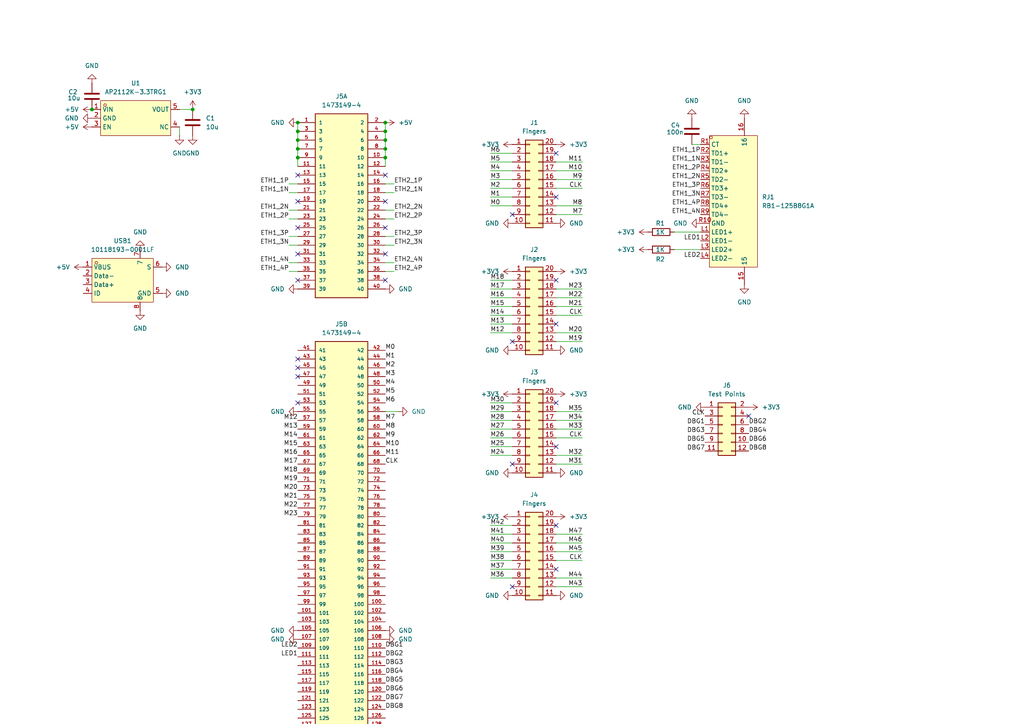
<source format=kicad_sch>
(kicad_sch (version 20250114) (generator "eeschema") (generator_version "9.0")
  (paper "A4")
  (lib_symbols
    (symbol "Connector_Generic:Conn_02x06_Odd_Even" (pin_names (offset 1.016) (hide yes))
      (property "Reference" "J" (at 1.27 7.62 0))
      (property "Value" "Conn_02x06_Odd_Even" (at 1.27 -10.16 0))
      (symbol "Conn_02x06_Odd_Even_1_1"
        (pin passive line (at -5.08 5.08 0) (length 3.81) (name "Pin_1") (number "1"))
        (pin passive line (at -5.08 2.54 0) (length 3.81) (name "Pin_3") (number "3"))
        (pin passive line (at -5.08 0 0) (length 3.81) (name "Pin_5") (number "5"))
        (pin passive line (at -5.08 -2.54 0) (length 3.81) (name "Pin_7") (number "7"))
        (pin passive line (at -5.08 -5.08 0) (length 3.81) (name "Pin_9") (number "9"))
        (pin passive line (at -5.08 -7.62 0) (length 3.81) (name "Pin_11") (number "11"))
        (pin passive line (at 7.62 5.08 180) (length 3.81) (name "Pin_2") (number "2"))
        (pin passive line (at 7.62 2.54 180) (length 3.81) (name "Pin_4") (number "4"))
        (pin passive line (at 7.62 0 180) (length 3.81) (name "Pin_6") (number "6"))
        (pin passive line (at 7.62 -2.54 180) (length 3.81) (name "Pin_8") (number "8"))
        (pin passive line (at 7.62 -5.08 180) (length 3.81) (name "Pin_10") (number "10"))
        (pin passive line (at 7.62 -7.62 180) (length 3.81) (name "Pin_12") (number "12"))
      )
    )
    (symbol "Connector_Generic:Conn_02x10_Counter_Clockwise" (pin_names (offset 1.016) (hide yes))
      (property "Reference" "J" (at 1.27 12.7 0))
      (property "Value" "Conn_02x10_Counter_Clockwise" (at 1.27 -15.24 0))
      (symbol "Conn_02x10_Counter_Clockwise_1_1"
        (pin passive line (at -5.08 10.16 0) (length 3.81) (name "Pin_1") (number "1"))
        (pin passive line (at -5.08 7.62 0) (length 3.81) (name "Pin_2") (number "2"))
        (pin passive line (at -5.08 5.08 0) (length 3.81) (name "Pin_3") (number "3"))
        (pin passive line (at -5.08 2.54 0) (length 3.81) (name "Pin_4") (number "4"))
        (pin passive line (at -5.08 0 0) (length 3.81) (name "Pin_5") (number "5"))
        (pin passive line (at -5.08 -2.54 0) (length 3.81) (name "Pin_6") (number "6"))
        (pin passive line (at -5.08 -5.08 0) (length 3.81) (name "Pin_7") (number "7"))
        (pin passive line (at -5.08 -7.62 0) (length 3.81) (name "Pin_8") (number "8"))
        (pin passive line (at -5.08 -10.16 0) (length 3.81) (name "Pin_9") (number "9"))
        (pin passive line (at -5.08 -12.7 0) (length 3.81) (name "Pin_10") (number "10"))
        (pin passive line (at 7.62 10.16 180) (length 3.81) (name "Pin_20") (number "20"))
        (pin passive line (at 7.62 7.62 180) (length 3.81) (name "Pin_19") (number "19"))
        (pin passive line (at 7.62 5.08 180) (length 3.81) (name "Pin_18") (number "18"))
        (pin passive line (at 7.62 2.54 180) (length 3.81) (name "Pin_17") (number "17"))
        (pin passive line (at 7.62 0 180) (length 3.81) (name "Pin_16") (number "16"))
        (pin passive line (at 7.62 -2.54 180) (length 3.81) (name "Pin_15") (number "15"))
        (pin passive line (at 7.62 -5.08 180) (length 3.81) (name "Pin_14") (number "14"))
        (pin passive line (at 7.62 -7.62 180) (length 3.81) (name "Pin_13") (number "13"))
        (pin passive line (at 7.62 -10.16 180) (length 3.81) (name "Pin_12") (number "12"))
        (pin passive line (at 7.62 -12.7 180) (length 3.81) (name "Pin_11") (number "11"))
      )
    )
    (symbol "Device:C" (pin_numbers (hide yes)) (pin_names (offset 0.254))
      (property "Reference" "C" (at 0.635 2.54 0))
      (property "Value" "C" (at 0.635 -2.54 0))
      (symbol "C_1_1"
        (pin passive line (at 0 3.81 270) (length 2.794) (name "~") (number "1"))
        (pin passive line (at 0 -3.81 90) (length 2.794) (name "~") (number "2"))
      )
    )
    (symbol "Device:R" (pin_numbers (hide yes)) (pin_names (offset 0))
      (property "Reference" "R" (at 2.032 0 90))
      (property "Value" "R" (at 0 0 90))
      (symbol "R_1_1"
        (pin passive line (at 0 3.81 270) (length 1.27) (name "~") (number "1"))
        (pin passive line (at 0 -3.81 90) (length 1.27) (name "~") (number "2"))
      )
    )
    (symbol "Hub:10118193-0001LF"
      (property "Reference" "USB" (at 0 7.62 0))
      (property "Value" "10118193-0001LF" (at 0 -10.16 0))
      (symbol "10118193-0001LF_0_1"
        (pin unspecified line (at -11.43 2.54 0) (length 2.54) (name "VBUS") (number "1"))
        (pin unspecified line (at -11.43 0 0) (length 2.54) (name "Data-") (number "2"))
        (pin unspecified line (at -11.43 -2.54 0) (length 2.54) (name "Data+") (number "3"))
        (pin unspecified line (at -11.43 -5.08 0) (length 2.54) (name "ID") (number "4"))
        (pin unspecified line (at 11.43 2.54 180) (length 2.54) (name "S") (number "6"))
        (pin unspecified line (at 11.43 -5.08 180) (length 2.54) (name "GND") (number "5"))
      )
      (symbol "10118193-0001LF_1_1"
        (pin unspecified line (at 5.08 7.62 270) (length 2.54) (name "7") (number "7"))
        (pin unspecified line (at 5.08 -10.16 90) (length 2.54) (name "8") (number "8"))
      )
    )
    (symbol "Hub:1473149-4" (pin_names (offset 1.016))
      (property "Reference" "J" (at -7.655 28.8339 0))
      (property "Value" "1473149-4" (at -7.6467 -28.0378 0))
      (symbol "1473149-4_1_0"
        (pin passive line (at -12.7 25.4 0) (length 5.08) (name "1") (number "1"))
        (pin passive line (at -12.7 22.86 0) (length 5.08) (name "3") (number "3"))
        (pin passive line (at -12.7 20.32 0) (length 5.08) (name "5") (number "5"))
        (pin passive line (at -12.7 17.78 0) (length 5.08) (name "7") (number "7"))
        (pin passive line (at -12.7 15.24 0) (length 5.08) (name "9") (number "9"))
        (pin passive line (at -12.7 12.7 0) (length 5.08) (name "11") (number "11"))
        (pin passive line (at -12.7 10.16 0) (length 5.08) (name "13") (number "13"))
        (pin passive line (at -12.7 7.62 0) (length 5.08) (name "15") (number "15"))
        (pin passive line (at -12.7 5.08 0) (length 5.08) (name "17") (number "17"))
        (pin passive line (at -12.7 2.54 0) (length 5.08) (name "19") (number "19"))
        (pin passive line (at -12.7 0 0) (length 5.08) (name "21") (number "21"))
        (pin passive line (at -12.7 -2.54 0) (length 5.08) (name "23") (number "23"))
        (pin passive line (at -12.7 -5.08 0) (length 5.08) (name "25") (number "25"))
        (pin passive line (at -12.7 -7.62 0) (length 5.08) (name "27") (number "27"))
        (pin passive line (at -12.7 -10.16 0) (length 5.08) (name "29") (number "29"))
        (pin passive line (at -12.7 -12.7 0) (length 5.08) (name "31") (number "31"))
        (pin passive line (at -12.7 -15.24 0) (length 5.08) (name "33") (number "33"))
        (pin passive line (at -12.7 -17.78 0) (length 5.08) (name "35") (number "35"))
        (pin passive line (at -12.7 -20.32 0) (length 5.08) (name "37") (number "37"))
        (pin passive line (at -12.7 -22.86 0) (length 5.08) (name "39") (number "39"))
        (pin passive line (at 12.7 25.4 180) (length 5.08) (name "2") (number "2"))
        (pin passive line (at 12.7 22.86 180) (length 5.08) (name "4") (number "4"))
        (pin passive line (at 12.7 20.32 180) (length 5.08) (name "6") (number "6"))
        (pin passive line (at 12.7 17.78 180) (length 5.08) (name "8") (number "8"))
        (pin passive line (at 12.7 15.24 180) (length 5.08) (name "10") (number "10"))
        (pin passive line (at 12.7 12.7 180) (length 5.08) (name "12") (number "12"))
        (pin passive line (at 12.7 10.16 180) (length 5.08) (name "14") (number "14"))
        (pin passive line (at 12.7 7.62 180) (length 5.08) (name "16") (number "16"))
        (pin passive line (at 12.7 5.08 180) (length 5.08) (name "18") (number "18"))
        (pin passive line (at 12.7 2.54 180) (length 5.08) (name "20") (number "20"))
        (pin passive line (at 12.7 0 180) (length 5.08) (name "22") (number "22"))
        (pin passive line (at 12.7 -2.54 180) (length 5.08) (name "24") (number "24"))
        (pin passive line (at 12.7 -5.08 180) (length 5.08) (name "26") (number "26"))
        (pin passive line (at 12.7 -7.62 180) (length 5.08) (name "28") (number "28"))
        (pin passive line (at 12.7 -10.16 180) (length 5.08) (name "30") (number "30"))
        (pin passive line (at 12.7 -12.7 180) (length 5.08) (name "32") (number "32"))
        (pin passive line (at 12.7 -15.24 180) (length 5.08) (name "34") (number "34"))
        (pin passive line (at 12.7 -17.78 180) (length 5.08) (name "36") (number "36"))
        (pin passive line (at 12.7 -20.32 180) (length 5.08) (name "38") (number "38"))
        (pin passive line (at 12.7 -22.86 180) (length 5.08) (name "40") (number "40"))
      )
      (symbol "1473149-4_2_0"
        (pin passive line (at -12.7 99.06 0) (length 5.08) (name "41") (number "41"))
        (pin passive line (at -12.7 96.52 0) (length 5.08) (name "43") (number "43"))
        (pin passive line (at -12.7 93.98 0) (length 5.08) (name "45") (number "45"))
        (pin passive line (at -12.7 91.44 0) (length 5.08) (name "47") (number "47"))
        (pin passive line (at -12.7 88.9 0) (length 5.08) (name "49") (number "49"))
        (pin passive line (at -12.7 86.36 0) (length 5.08) (name "51") (number "51"))
        (pin passive line (at -12.7 83.82 0) (length 5.08) (name "53") (number "53"))
        (pin passive line (at -12.7 81.28 0) (length 5.08) (name "55") (number "55"))
        (pin passive line (at -12.7 78.74 0) (length 5.08) (name "57") (number "57"))
        (pin passive line (at -12.7 76.2 0) (length 5.08) (name "59") (number "59"))
        (pin passive line (at -12.7 73.66 0) (length 5.08) (name "61") (number "61"))
        (pin passive line (at -12.7 71.12 0) (length 5.08) (name "63") (number "63"))
        (pin passive line (at -12.7 68.58 0) (length 5.08) (name "65") (number "65"))
        (pin passive line (at -12.7 66.04 0) (length 5.08) (name "67") (number "67"))
        (pin passive line (at -12.7 63.5 0) (length 5.08) (name "69") (number "69"))
        (pin passive line (at -12.7 60.96 0) (length 5.08) (name "71") (number "71"))
        (pin passive line (at -12.7 58.42 0) (length 5.08) (name "73") (number "73"))
        (pin passive line (at -12.7 55.88 0) (length 5.08) (name "75") (number "75"))
        (pin passive line (at -12.7 53.34 0) (length 5.08) (name "77") (number "77"))
        (pin passive line (at -12.7 50.8 0) (length 5.08) (name "79") (number "79"))
        (pin passive line (at -12.7 48.26 0) (length 5.08) (name "81") (number "81"))
        (pin passive line (at -12.7 45.72 0) (length 5.08) (name "83") (number "83"))
        (pin passive line (at -12.7 43.18 0) (length 5.08) (name "85") (number "85"))
        (pin passive line (at -12.7 40.64 0) (length 5.08) (name "87") (number "87"))
        (pin passive line (at -12.7 38.1 0) (length 5.08) (name "89") (number "89"))
        (pin passive line (at -12.7 35.56 0) (length 5.08) (name "91") (number "91"))
        (pin passive line (at -12.7 33.02 0) (length 5.08) (name "93") (number "93"))
        (pin passive line (at -12.7 30.48 0) (length 5.08) (name "95") (number "95"))
        (pin passive line (at -12.7 27.94 0) (length 5.08) (name "97") (number "97"))
        (pin passive line (at -12.7 25.4 0) (length 5.08) (name "99") (number "99"))
        (pin passive line (at -12.7 22.86 0) (length 5.08) (name "101") (number "101"))
        (pin passive line (at -12.7 20.32 0) (length 5.08) (name "103") (number "103"))
        (pin passive line (at -12.7 17.78 0) (length 5.08) (name "105") (number "105"))
        (pin passive line (at -12.7 15.24 0) (length 5.08) (name "107") (number "107"))
        (pin passive line (at -12.7 12.7 0) (length 5.08) (name "109") (number "109"))
        (pin passive line (at -12.7 10.16 0) (length 5.08) (name "111") (number "111"))
        (pin passive line (at -12.7 7.62 0) (length 5.08) (name "113") (number "113"))
        (pin passive line (at -12.7 5.08 0) (length 5.08) (name "115") (number "115"))
        (pin passive line (at -12.7 2.54 0) (length 5.08) (name "117") (number "117"))
        (pin passive line (at -12.7 0 0) (length 5.08) (name "119") (number "119"))
        (pin passive line (at -12.7 -2.54 0) (length 5.08) (name "121") (number "121"))
        (pin passive line (at -12.7 -5.08 0) (length 5.08) (name "123") (number "123"))
        (pin passive line (at -12.7 -7.62 0) (length 5.08) (name "125") (number "125"))
        (pin passive line (at -12.7 -10.16 0) (length 5.08) (name "127") (number "127"))
        (pin passive line (at -12.7 -12.7 0) (length 5.08) (name "129") (number "129"))
        (pin passive line (at -12.7 -15.24 0) (length 5.08) (name "131") (number "131"))
        (pin passive line (at -12.7 -17.78 0) (length 5.08) (name "133") (number "133"))
        (pin passive line (at -12.7 -20.32 0) (length 5.08) (name "135") (number "135"))
        (pin passive line (at -12.7 -22.86 0) (length 5.08) (name "137") (number "137"))
        (pin passive line (at -12.7 -25.4 0) (length 5.08) (name "139") (number "139"))
        (pin passive line (at -12.7 -27.94 0) (length 5.08) (name "141") (number "141"))
        (pin passive line (at -12.7 -30.48 0) (length 5.08) (name "143") (number "143"))
        (pin passive line (at -12.7 -33.02 0) (length 5.08) (name "145") (number "145"))
        (pin passive line (at -12.7 -35.56 0) (length 5.08) (name "147") (number "147"))
        (pin passive line (at -12.7 -38.1 0) (length 5.08) (name "149") (number "149"))
        (pin passive line (at -12.7 -40.64 0) (length 5.08) (name "151") (number "151"))
        (pin passive line (at -12.7 -43.18 0) (length 5.08) (name "153") (number "153"))
        (pin passive line (at -12.7 -45.72 0) (length 5.08) (name "155") (number "155"))
        (pin passive line (at -12.7 -48.26 0) (length 5.08) (name "157") (number "157"))
        (pin passive line (at -12.7 -50.8 0) (length 5.08) (name "159") (number "159"))
        (pin passive line (at -12.7 -53.34 0) (length 5.08) (name "161") (number "161"))
        (pin passive line (at -12.7 -55.88 0) (length 5.08) (name "163") (number "163"))
        (pin passive line (at -12.7 -58.42 0) (length 5.08) (name "165") (number "165"))
        (pin passive line (at -12.7 -60.96 0) (length 5.08) (name "167") (number "167"))
        (pin passive line (at -12.7 -63.5 0) (length 5.08) (name "169") (number "169"))
        (pin passive line (at -12.7 -66.04 0) (length 5.08) (name "171") (number "171"))
        (pin passive line (at -12.7 -68.58 0) (length 5.08) (name "173") (number "173"))
        (pin passive line (at -12.7 -71.12 0) (length 5.08) (name "175") (number "175"))
        (pin passive line (at -12.7 -73.66 0) (length 5.08) (name "177") (number "177"))
        (pin passive line (at -12.7 -76.2 0) (length 5.08) (name "179") (number "179"))
        (pin passive line (at -12.7 -78.74 0) (length 5.08) (name "181") (number "181"))
        (pin passive line (at -12.7 -81.28 0) (length 5.08) (name "183") (number "183"))
        (pin passive line (at -12.7 -83.82 0) (length 5.08) (name "185") (number "185"))
        (pin passive line (at -12.7 -86.36 0) (length 5.08) (name "187") (number "187"))
        (pin passive line (at -12.7 -88.9 0) (length 5.08) (name "189") (number "189"))
        (pin passive line (at -12.7 -91.44 0) (length 5.08) (name "191") (number "191"))
        (pin passive line (at -12.7 -93.98 0) (length 5.08) (name "193") (number "193"))
        (pin passive line (at -12.7 -96.52 0) (length 5.08) (name "195") (number "195"))
        (pin passive line (at -12.7 -99.06 0) (length 5.08) (name "197") (number "197"))
        (pin passive line (at -12.7 -101.6 0) (length 5.08) (name "199") (number "199"))
        (pin passive line (at 12.7 99.06 180) (length 5.08) (name "42") (number "42"))
        (pin passive line (at 12.7 96.52 180) (length 5.08) (name "44") (number "44"))
        (pin passive line (at 12.7 93.98 180) (length 5.08) (name "46") (number "46"))
        (pin passive line (at 12.7 91.44 180) (length 5.08) (name "48") (number "48"))
        (pin passive line (at 12.7 88.9 180) (length 5.08) (name "50") (number "50"))
        (pin passive line (at 12.7 86.36 180) (length 5.08) (name "52") (number "52"))
        (pin passive line (at 12.7 83.82 180) (length 5.08) (name "54") (number "54"))
        (pin passive line (at 12.7 81.28 180) (length 5.08) (name "56") (number "56"))
        (pin passive line (at 12.7 78.74 180) (length 5.08) (name "58") (number "58"))
        (pin passive line (at 12.7 76.2 180) (length 5.08) (name "60") (number "60"))
        (pin passive line (at 12.7 73.66 180) (length 5.08) (name "62") (number "62"))
        (pin passive line (at 12.7 71.12 180) (length 5.08) (name "64") (number "64"))
        (pin passive line (at 12.7 68.58 180) (length 5.08) (name "66") (number "66"))
        (pin passive line (at 12.7 66.04 180) (length 5.08) (name "68") (number "68"))
        (pin passive line (at 12.7 63.5 180) (length 5.08) (name "70") (number "70"))
        (pin passive line (at 12.7 60.96 180) (length 5.08) (name "72") (number "72"))
        (pin passive line (at 12.7 58.42 180) (length 5.08) (name "74") (number "74"))
        (pin passive line (at 12.7 55.88 180) (length 5.08) (name "76") (number "76"))
        (pin passive line (at 12.7 53.34 180) (length 5.08) (name "78") (number "78"))
        (pin passive line (at 12.7 50.8 180) (length 5.08) (name "80") (number "80"))
        (pin passive line (at 12.7 48.26 180) (length 5.08) (name "82") (number "82"))
        (pin passive line (at 12.7 45.72 180) (length 5.08) (name "84") (number "84"))
        (pin passive line (at 12.7 43.18 180) (length 5.08) (name "86") (number "86"))
        (pin passive line (at 12.7 40.64 180) (length 5.08) (name "88") (number "88"))
        (pin passive line (at 12.7 38.1 180) (length 5.08) (name "90") (number "90"))
        (pin passive line (at 12.7 35.56 180) (length 5.08) (name "92") (number "92"))
        (pin passive line (at 12.7 33.02 180) (length 5.08) (name "94") (number "94"))
        (pin passive line (at 12.7 30.48 180) (length 5.08) (name "96") (number "96"))
        (pin passive line (at 12.7 27.94 180) (length 5.08) (name "98") (number "98"))
        (pin passive line (at 12.7 25.4 180) (length 5.08) (name "100") (number "100"))
        (pin passive line (at 12.7 22.86 180) (length 5.08) (name "102") (number "102"))
        (pin passive line (at 12.7 20.32 180) (length 5.08) (name "104") (number "104"))
        (pin passive line (at 12.7 17.78 180) (length 5.08) (name "106") (number "106"))
        (pin passive line (at 12.7 15.24 180) (length 5.08) (name "108") (number "108"))
        (pin passive line (at 12.7 12.7 180) (length 5.08) (name "110") (number "110"))
        (pin passive line (at 12.7 10.16 180) (length 5.08) (name "112") (number "112"))
        (pin passive line (at 12.7 7.62 180) (length 5.08) (name "114") (number "114"))
        (pin passive line (at 12.7 5.08 180) (length 5.08) (name "116") (number "116"))
        (pin passive line (at 12.7 2.54 180) (length 5.08) (name "118") (number "118"))
        (pin passive line (at 12.7 0 180) (length 5.08) (name "120") (number "120"))
        (pin passive line (at 12.7 -2.54 180) (length 5.08) (name "122") (number "122"))
        (pin passive line (at 12.7 -5.08 180) (length 5.08) (name "124") (number "124"))
        (pin passive line (at 12.7 -7.62 180) (length 5.08) (name "126") (number "126"))
        (pin passive line (at 12.7 -10.16 180) (length 5.08) (name "128") (number "128"))
        (pin passive line (at 12.7 -12.7 180) (length 5.08) (name "130") (number "130"))
        (pin passive line (at 12.7 -15.24 180) (length 5.08) (name "132") (number "132"))
        (pin passive line (at 12.7 -17.78 180) (length 5.08) (name "134") (number "134"))
        (pin passive line (at 12.7 -20.32 180) (length 5.08) (name "136") (number "136"))
        (pin passive line (at 12.7 -22.86 180) (length 5.08) (name "138") (number "138"))
        (pin passive line (at 12.7 -25.4 180) (length 5.08) (name "140") (number "140"))
        (pin passive line (at 12.7 -27.94 180) (length 5.08) (name "142") (number "142"))
        (pin passive line (at 12.7 -30.48 180) (length 5.08) (name "144") (number "144"))
        (pin passive line (at 12.7 -33.02 180) (length 5.08) (name "146") (number "146"))
        (pin passive line (at 12.7 -35.56 180) (length 5.08) (name "148") (number "148"))
        (pin passive line (at 12.7 -38.1 180) (length 5.08) (name "150") (number "150"))
        (pin passive line (at 12.7 -40.64 180) (length 5.08) (name "152") (number "152"))
        (pin passive line (at 12.7 -43.18 180) (length 5.08) (name "154") (number "154"))
        (pin passive line (at 12.7 -45.72 180) (length 5.08) (name "156") (number "156"))
        (pin passive line (at 12.7 -48.26 180) (length 5.08) (name "158") (number "158"))
        (pin passive line (at 12.7 -50.8 180) (length 5.08) (name "160") (number "160"))
        (pin passive line (at 12.7 -53.34 180) (length 5.08) (name "162") (number "162"))
        (pin passive line (at 12.7 -55.88 180) (length 5.08) (name "164") (number "164"))
        (pin passive line (at 12.7 -58.42 180) (length 5.08) (name "166") (number "166"))
        (pin passive line (at 12.7 -60.96 180) (length 5.08) (name "168") (number "168"))
        (pin passive line (at 12.7 -63.5 180) (length 5.08) (name "170") (number "170"))
        (pin passive line (at 12.7 -66.04 180) (length 5.08) (name "172") (number "172"))
        (pin passive line (at 12.7 -68.58 180) (length 5.08) (name "174") (number "174"))
        (pin passive line (at 12.7 -71.12 180) (length 5.08) (name "176") (number "176"))
        (pin passive line (at 12.7 -73.66 180) (length 5.08) (name "178") (number "178"))
        (pin passive line (at 12.7 -76.2 180) (length 5.08) (name "180") (number "180"))
        (pin passive line (at 12.7 -78.74 180) (length 5.08) (name "182") (number "182"))
        (pin passive line (at 12.7 -81.28 180) (length 5.08) (name "184") (number "184"))
        (pin passive line (at 12.7 -83.82 180) (length 5.08) (name "186") (number "186"))
        (pin passive line (at 12.7 -86.36 180) (length 5.08) (name "188") (number "188"))
        (pin passive line (at 12.7 -88.9 180) (length 5.08) (name "190") (number "190"))
        (pin passive line (at 12.7 -91.44 180) (length 5.08) (name "192") (number "192"))
        (pin passive line (at 12.7 -93.98 180) (length 5.08) (name "194") (number "194"))
        (pin passive line (at 12.7 -96.52 180) (length 5.08) (name "196") (number "196"))
        (pin passive line (at 12.7 -99.06 180) (length 5.08) (name "198") (number "198"))
        (pin passive line (at 12.7 -101.6 180) (length 5.08) (name "200") (number "200"))
        (pin passive line (at 12.7 -106.68 180) (length 5.08) (name "SHIELD") (number "SH1"))
        (pin passive line (at 12.7 -109.22 180) (length 5.08) (name "SHIELD__1") (number "SH2"))
      )
    )
    (symbol "Hub:AP2112K-3.3TRG1"
      (property "Reference" "U" (at 0 7.62 0))
      (property "Value" "AP2112K-3.3TRG1" (at 0 -7.62 0))
      (symbol "AP2112K-3.3TRG1_0_1"
        (pin unspecified line (at -12.7 2.54 0) (length 2.54) (name "VIN") (number "1"))
        (pin unspecified line (at -12.7 0 0) (length 2.54) (name "GND") (number "2"))
        (pin unspecified line (at -12.7 -2.54 0) (length 2.54) (name "EN") (number "3"))
        (pin unspecified line (at 12.7 2.54 180) (length 2.54) (name "VOUT") (number "5"))
        (pin unspecified line (at 12.7 -2.54 180) (length 2.54) (name "NC") (number "4"))
      )
    )
    (symbol "Hub:RB1-125B8G1A"
      (property "Reference" "RJ" (at 0 29.21 0))
      (property "Value" "RB1-125B8G1A" (at 0 -29.21 0))
      (symbol "RB1-125B8G1A_0_1"
        (pin unspecified line (at -12.7 16.51 0) (length 2.54) (name "CT") (number "R1"))
        (pin unspecified line (at -12.7 13.97 0) (length 2.54) (name "TD1+") (number "R2"))
        (pin unspecified line (at -12.7 11.43 0) (length 2.54) (name "TD1-") (number "R3"))
        (pin unspecified line (at -12.7 8.89 0) (length 2.54) (name "TD2+") (number "R4"))
        (pin unspecified line (at -12.7 6.35 0) (length 2.54) (name "TD2-") (number "R5"))
        (pin unspecified line (at -12.7 3.81 0) (length 2.54) (name "TD3+") (number "R6"))
        (pin unspecified line (at -12.7 1.27 0) (length 2.54) (name "TD3-") (number "R7"))
        (pin unspecified line (at -12.7 -1.27 0) (length 2.54) (name "TD4+") (number "R8"))
        (pin unspecified line (at -12.7 -3.81 0) (length 2.54) (name "TD4-") (number "R9"))
        (pin unspecified line (at -12.7 -6.35 0) (length 2.54) (name "GND") (number "R10"))
        (pin unspecified line (at -12.7 -8.89 0) (length 2.54) (name "LED1+") (number "L1"))
        (pin unspecified line (at -12.7 -11.43 0) (length 2.54) (name "LED1-") (number "L2"))
        (pin unspecified line (at -12.7 -13.97 0) (length 2.54) (name "LED2+") (number "L3"))
        (pin unspecified line (at -12.7 -16.51 0) (length 2.54) (name "LED2-") (number "L4"))
        (pin unspecified line (at 0 24.13 270) (length 5.08) (name "16") (number "16"))
        (pin unspecified line (at 0 -24.13 90) (length 5.08) (name "15") (number "15"))
      )
    )
    (symbol "power:+3V3" (power) (pin_numbers (hide yes)) (pin_names (offset 0) (hide yes))
      (property "Value" "+3V3" (at 0 3.556 0))
      (symbol "+3V3_1_1"
        (pin power_in line (at 0 0 90) (length 0) (name "~") (number "1"))
      )
    )
    (symbol "power:+5V" (power) (pin_numbers (hide yes)) (pin_names (offset 0) (hide yes))
      (property "Value" "+5V" (at 0 3.556 0))
      (symbol "+5V_1_1"
        (pin power_in line (at 0 0 90) (length 0) (name "~") (number "1"))
      )
    )
    (symbol "power:GND" (power) (pin_numbers (hide yes)) (pin_names (offset 0) (hide yes))
      (property "Value" "GND" (at 0 -3.81 0))
      (symbol "GND_1_1"
        (pin power_in line (at 0 0 270) (length 0) (name "~") (number "1"))
      )
    )
  )
  (junction (at 111.76 35.56))
  (junction (at 111.76 43.18))
  (junction (at 86.36 38.1))
  (junction (at 55.88 31.75))
  (junction (at 111.76 40.64))
  (junction (at 86.36 40.64))
  (junction (at 86.36 43.18))
  (junction (at 86.36 45.72))
  (junction (at 111.76 38.1))
  (junction (at 111.76 45.72))
  (junction (at 26.67 31.75))
  (junction (at 86.36 35.56))
  (no_connect (at 111.76 251.46))
  (no_connect (at 86.36 274.32))
  (no_connect (at 148.59 134.62))
  (no_connect (at 111.76 279.4))
  (no_connect (at 86.36 276.86))
  (no_connect (at 161.29 44.45))
  (no_connect (at 86.36 256.54))
  (no_connect (at 111.76 259.08))
  (no_connect (at 86.36 266.7))
  (no_connect (at 86.36 294.64))
  (no_connect (at 111.76 274.32))
  (no_connect (at 161.29 129.54))
  (no_connect (at 111.76 66.04))
  (no_connect (at 111.76 73.66))
  (no_connect (at 86.36 281.94))
  (no_connect (at 86.36 289.56))
  (no_connect (at 161.29 57.15))
  (no_connect (at 148.59 99.06))
  (no_connect (at 111.76 292.1))
  (no_connect (at 86.36 58.42))
  (no_connect (at 86.36 66.04))
  (no_connect (at 111.76 284.48))
  (no_connect (at 86.36 254))
  (no_connect (at 161.29 93.98))
  (no_connect (at 86.36 109.22))
  (no_connect (at 86.36 271.78))
  (no_connect (at 161.29 152.4))
  (no_connect (at 86.36 279.4))
  (no_connect (at 161.29 81.28))
  (no_connect (at 86.36 106.68))
  (no_connect (at 86.36 269.24))
  (no_connect (at 86.36 261.62))
  (no_connect (at 86.36 251.46))
  (no_connect (at 111.76 254))
  (no_connect (at 86.36 73.66))
  (no_connect (at 148.59 170.18))
  (no_connect (at 86.36 259.08))
  (no_connect (at 111.76 264.16))
  (no_connect (at 86.36 116.84))
  (no_connect (at 111.76 81.28))
  (no_connect (at 111.76 269.24))
  (no_connect (at 111.76 50.8))
  (no_connect (at 111.76 297.18))
  (no_connect (at 148.59 62.23))
  (no_connect (at 86.36 81.28))
  (no_connect (at 86.36 50.8))
  (no_connect (at 86.36 299.72))
  (no_connect (at 86.36 287.02))
  (no_connect (at 86.36 284.48))
  (no_connect (at 111.76 256.54))
  (no_connect (at 86.36 292.1))
  (no_connect (at 111.76 287.02))
  (no_connect (at 111.76 276.86))
  (no_connect (at 217.17 120.65))
  (no_connect (at 111.76 58.42))
  (no_connect (at 86.36 264.16))
  (no_connect (at 161.29 116.84))
  (no_connect (at 161.29 165.1))
  (no_connect (at 86.36 297.18))
  (no_connect (at 111.76 294.64))
  (no_connect (at 111.76 261.62))
  (no_connect (at 111.76 289.56))
  (no_connect (at 111.76 271.78))
  (no_connect (at 111.76 281.94))
  (no_connect (at 111.76 299.72))
  (no_connect (at 111.76 266.7))
  (no_connect (at 86.36 104.14))
  (wire (pts (xy 195.58 67.31) (xy 203.2 67.31)))
  (wire (pts (xy 168.91 154.94) (xy 161.29 154.94)))
  (wire (pts (xy 83.82 71.12) (xy 86.36 71.12)))
  (wire (pts (xy 168.91 119.38) (xy 161.29 119.38)))
  (wire (pts (xy 114.3 55.88) (xy 111.76 55.88)))
  (wire (pts (xy 142.24 127) (xy 148.59 127)))
  (wire (pts (xy 142.24 132.08) (xy 148.59 132.08)))
  (wire (pts (xy 83.82 76.2) (xy 86.36 76.2)))
  (wire (pts (xy 168.91 62.23) (xy 161.29 62.23)))
  (wire (pts (xy 168.91 157.48) (xy 161.29 157.48)))
  (wire (pts (xy 168.91 160.02) (xy 161.29 160.02)))
  (wire (pts (xy 142.24 160.02) (xy 148.59 160.02)))
  (wire (pts (xy 142.24 116.84) (xy 148.59 116.84)))
  (wire (pts (xy 168.91 167.64) (xy 161.29 167.64)))
  (wire (pts (xy 86.36 35.56) (xy 86.36 38.1)))
  (wire (pts (xy 83.82 55.88) (xy 86.36 55.88)))
  (wire (pts (xy 52.07 36.83) (xy 52.07 39.37)))
  (wire (pts (xy 168.91 46.99) (xy 161.29 46.99)))
  (wire (pts (xy 142.24 167.64) (xy 148.59 167.64)))
  (wire (pts (xy 142.24 129.54) (xy 148.59 129.54)))
  (wire (pts (xy 83.82 53.34) (xy 86.36 53.34)))
  (wire (pts (xy 114.3 60.96) (xy 111.76 60.96)))
  (wire (pts (xy 161.29 162.56) (xy 168.91 162.56)))
  (wire (pts (xy 115.57 119.38) (xy 111.76 119.38)))
  (wire (pts (xy 142.24 52.07) (xy 148.59 52.07)))
  (wire (pts (xy 86.36 45.72) (xy 86.36 48.26)))
  (wire (pts (xy 142.24 46.99) (xy 148.59 46.99)))
  (wire (pts (xy 142.24 83.82) (xy 148.59 83.82)))
  (wire (pts (xy 168.91 59.69) (xy 161.29 59.69)))
  (wire (pts (xy 142.24 91.44) (xy 148.59 91.44)))
  (wire (pts (xy 142.24 165.1) (xy 148.59 165.1)))
  (wire (pts (xy 114.3 76.2) (xy 111.76 76.2)))
  (wire (pts (xy 86.36 38.1) (xy 86.36 40.64)))
  (wire (pts (xy 114.3 63.5) (xy 111.76 63.5)))
  (wire (pts (xy 142.24 93.98) (xy 148.59 93.98)))
  (wire (pts (xy 200.66 41.91) (xy 203.2 41.91)))
  (wire (pts (xy 111.76 43.18) (xy 111.76 45.72)))
  (wire (pts (xy 168.91 86.36) (xy 161.29 86.36)))
  (wire (pts (xy 142.24 49.53) (xy 148.59 49.53)))
  (wire (pts (xy 142.24 157.48) (xy 148.59 157.48)))
  (wire (pts (xy 142.24 59.69) (xy 148.59 59.69)))
  (wire (pts (xy 168.91 83.82) (xy 161.29 83.82)))
  (wire (pts (xy 111.76 35.56) (xy 111.76 38.1)))
  (wire (pts (xy 168.91 121.92) (xy 161.29 121.92)))
  (wire (pts (xy 168.91 52.07) (xy 161.29 52.07)))
  (wire (pts (xy 168.91 124.46) (xy 161.29 124.46)))
  (wire (pts (xy 142.24 54.61) (xy 148.59 54.61)))
  (wire (pts (xy 114.3 68.58) (xy 111.76 68.58)))
  (wire (pts (xy 111.76 40.64) (xy 111.76 43.18)))
  (wire (pts (xy 86.36 43.18) (xy 86.36 45.72)))
  (wire (pts (xy 168.91 132.08) (xy 161.29 132.08)))
  (wire (pts (xy 142.24 86.36) (xy 148.59 86.36)))
  (wire (pts (xy 142.24 152.4) (xy 148.59 152.4)))
  (wire (pts (xy 114.3 78.74) (xy 111.76 78.74)))
  (wire (pts (xy 142.24 119.38) (xy 148.59 119.38)))
  (wire (pts (xy 168.91 99.06) (xy 161.29 99.06)))
  (wire (pts (xy 142.24 57.15) (xy 148.59 57.15)))
  (wire (pts (xy 142.24 154.94) (xy 148.59 154.94)))
  (wire (pts (xy 168.91 96.52) (xy 161.29 96.52)))
  (wire (pts (xy 114.3 71.12) (xy 111.76 71.12)))
  (wire (pts (xy 83.82 60.96) (xy 86.36 60.96)))
  (wire (pts (xy 161.29 91.44) (xy 168.91 91.44)))
  (wire (pts (xy 83.82 63.5) (xy 86.36 63.5)))
  (wire (pts (xy 111.76 38.1) (xy 111.76 40.64)))
  (wire (pts (xy 161.29 54.61) (xy 168.91 54.61)))
  (wire (pts (xy 168.91 134.62) (xy 161.29 134.62)))
  (wire (pts (xy 168.91 170.18) (xy 161.29 170.18)))
  (wire (pts (xy 168.91 88.9) (xy 161.29 88.9)))
  (wire (pts (xy 142.24 121.92) (xy 148.59 121.92)))
  (wire (pts (xy 83.82 68.58) (xy 86.36 68.58)))
  (wire (pts (xy 111.76 45.72) (xy 111.76 48.26)))
  (wire (pts (xy 142.24 81.28) (xy 148.59 81.28)))
  (wire (pts (xy 142.24 96.52) (xy 148.59 96.52)))
  (wire (pts (xy 195.58 72.39) (xy 203.2 72.39)))
  (wire (pts (xy 114.3 53.34) (xy 111.76 53.34)))
  (wire (pts (xy 168.91 49.53) (xy 161.29 49.53)))
  (wire (pts (xy 83.82 78.74) (xy 86.36 78.74)))
  (wire (pts (xy 52.07 31.75) (xy 55.88 31.75)))
  (wire (pts (xy 86.36 40.64) (xy 86.36 43.18)))
  (wire (pts (xy 142.24 162.56) (xy 148.59 162.56)))
  (wire (pts (xy 142.24 44.45) (xy 148.59 44.45)))
  (wire (pts (xy 142.24 124.46) (xy 148.59 124.46)))
  (wire (pts (xy 161.29 127) (xy 168.91 127)))
  (wire (pts (xy 142.24 88.9) (xy 148.59 88.9)))
  (label "DBG1" (at 111.76 187.96 0))
  (label "M10" (at 111.76 129.54 0))
  (label "DBG8" (at 111.76 205.74 0))
  (label "M36" (at 111.76 218.44 0))
  (label "M33" (at 86.36 223.52 180))
  (label "M44" (at 111.76 238.76 0))
  (label "ETH1_4N" (at 83.82 76.2 180))
  (label "DBG1" (at 204.47 123.19 180))
  (label "M43" (at 111.76 236.22 0))
  (label "M39" (at 111.76 226.06 0))
  (label "CLK" (at 165.1 162.56 0))
  (label "M36" (at 142.24 167.64 0))
  (label "M46" (at 168.91 157.48 180))
  (label "M6" (at 142.24 44.45 0))
  (label "ETH1_3N" (at 203.2 57.15 180))
  (label "M39" (at 142.24 160.02 0))
  (label "M17" (at 142.24 83.82 0))
  (label "M20" (at 86.36 142.24 180))
  (label "M16" (at 142.24 86.36 0))
  (label "M8" (at 111.76 124.46 0))
  (label "ETH1_1P" (at 203.2 44.45 180))
  (label "M19" (at 86.36 139.7 180))
  (label "M29" (at 142.24 119.38 0))
  (label "DBG3" (at 204.47 125.73 180))
  (label "M37" (at 111.76 220.98 0))
  (label "M47" (at 111.76 246.38 0))
  (label "M18" (at 142.24 81.28 0))
  (label "DBG8" (at 217.17 130.81 0))
  (label "CLK" (at 204.47 120.65 180))
  (label "M15" (at 142.24 88.9 0))
  (label "M30" (at 142.24 116.84 0))
  (label "M33" (at 168.91 124.46 180))
  (label "M35" (at 86.36 218.44 180))
  (label "M22" (at 86.36 147.32 180))
  (label "M47" (at 168.91 154.94 180))
  (label "ETH1_2N" (at 83.82 60.96 180))
  (label "CLK" (at 165.1 54.61 0))
  (label "M9" (at 111.76 127 0))
  (label "CLK" (at 111.76 134.62 0))
  (label "M3" (at 142.24 52.07 0))
  (label "M5" (at 111.76 114.3 0))
  (label "M10" (at 168.91 49.53 180))
  (label "M37" (at 142.24 165.1 0))
  (label "M29" (at 86.36 233.68 180))
  (label "ETH1_3N" (at 83.82 71.12 180))
  (label "M25" (at 142.24 129.54 0))
  (label "CLK" (at 165.1 91.44 0))
  (label "DBG2" (at 111.76 190.5 0))
  (label "M6" (at 111.76 116.84 0))
  (label "ETH1_3P" (at 83.82 68.58 180))
  (label "ETH2_2P" (at 114.3 63.5 0))
  (label "ETH1_1N" (at 83.82 55.88 180))
  (label "ETH1_2N" (at 203.2 52.07 180))
  (label "M27" (at 86.36 238.76 180))
  (label "DBG7" (at 111.76 203.2 0))
  (label "LED2" (at 86.36 187.96 180))
  (label "M43" (at 168.91 170.18 180))
  (label "M22" (at 168.91 86.36 180))
  (label "ETH1_2P" (at 203.2 49.53 180))
  (label "ETH1_3P" (at 203.2 54.61 180))
  (label "M42" (at 111.76 233.68 0))
  (label "ETH1_4P" (at 203.2 59.69 180))
  (label "M13" (at 142.24 93.98 0))
  (label "M41" (at 111.76 231.14 0))
  (label "M21" (at 86.36 144.78 180))
  (label "M9" (at 168.91 52.07 180))
  (label "M26" (at 142.24 127 0))
  (label "M15" (at 86.36 129.54 180))
  (label "M24" (at 86.36 246.38 180))
  (label "ETH1_1P" (at 83.82 53.34 180))
  (label "M23" (at 86.36 149.86 180))
  (label "M32" (at 86.36 226.06 180))
  (label "M40" (at 142.24 157.48 0))
  (label "CLK" (at 165.1 127 0))
  (label "M8" (at 168.91 59.69 180))
  (label "M11" (at 111.76 132.08 0))
  (label "ETH2_1P" (at 114.3 53.34 0))
  (label "DBG4" (at 217.17 125.73 0))
  (label "ETH2_3P" (at 114.3 68.58 0))
  (label "M32" (at 168.91 132.08 180))
  (label "M24" (at 142.24 132.08 0))
  (label "M16" (at 86.36 132.08 180))
  (label "ETH2_4N" (at 114.3 76.2 0))
  (label "M2" (at 111.76 106.68 0))
  (label "M30" (at 86.36 231.14 180))
  (label "M20" (at 168.91 96.52 180))
  (label "DBG4" (at 111.76 195.58 0))
  (label "M46" (at 111.76 243.84 0))
  (label "DBG5" (at 111.76 198.12 0))
  (label "M4" (at 111.76 111.76 0))
  (label "M3" (at 111.76 109.22 0))
  (label "M12" (at 86.36 121.92 180))
  (label "M40" (at 111.76 228.6 0))
  (label "M2" (at 142.24 54.61 0))
  (label "M18" (at 86.36 137.16 180))
  (label "M11" (at 168.91 46.99 180))
  (label "M28" (at 86.36 236.22 180))
  (label "M28" (at 142.24 121.92 0))
  (label "M38" (at 142.24 162.56 0))
  (label "ETH1_4N" (at 203.2 62.23 180))
  (label "ETH2_4P" (at 114.3 78.74 0))
  (label "M34" (at 168.91 121.92 180))
  (label "M41" (at 142.24 154.94 0))
  (label "DBG6" (at 111.76 200.66 0))
  (label "M34" (at 86.36 220.98 180))
  (label "ETH1_4P" (at 83.82 78.74 180))
  (label "M31" (at 86.36 228.6 180))
  (label "ETH1_1N" (at 203.2 46.99 180))
  (label "ETH1_2P" (at 83.82 63.5 180))
  (label "DBG6" (at 217.17 128.27 0))
  (label "M44" (at 168.91 167.64 180))
  (label "M45" (at 168.91 160.02 180))
  (label "M14" (at 142.24 91.44 0))
  (label "M42" (at 142.24 152.4 0))
  (label "M14" (at 86.36 127 180))
  (label "M0" (at 111.76 101.6 0))
  (label "M26" (at 86.36 241.3 180))
  (label "M19" (at 168.91 99.06 180))
  (label "M7" (at 168.91 62.23 180))
  (label "M35" (at 168.91 119.38 180))
  (label "M0" (at 142.24 59.69 0))
  (label "M21" (at 168.91 88.9 180))
  (label "ETH2_3N" (at 114.3 71.12 0))
  (label "M25" (at 86.36 243.84 180))
  (label "M4" (at 142.24 49.53 0))
  (label "M31" (at 168.91 134.62 180))
  (label "M23" (at 168.91 83.82 180))
  (label "M7" (at 111.76 121.92 0))
  (label "ETH2_1N" (at 114.3 55.88 0))
  (label "M1" (at 142.24 57.15 0))
  (label "M17" (at 86.36 134.62 180))
  (label "DBG5" (at 204.47 128.27 180))
  (label "M27" (at 142.24 124.46 0))
  (label "ETH2_2N" (at 114.3 60.96 0))
  (label "LED1" (at 203.2 69.85 180))
  (label "DBG2" (at 217.17 123.19 0))
  (label "M5" (at 142.24 46.99 0))
  (label "LED2" (at 203.2 74.93 180))
  (label "M45" (at 111.76 241.3 0))
  (label "M12" (at 142.24 96.52 0))
  (label "M38" (at 111.76 223.52 0))
  (label "LED1" (at 86.36 190.5 180))
  (label "DBG3" (at 111.76 193.04 0))
  (label "M13" (at 86.36 124.46 180))
  (label "DBG7" (at 204.47 130.81 180))
  (label "M1" (at 111.76 104.14 0))
  (symbol (lib_id "power:+3V3") (at 161.29 78.74 270) (unit 1)
    (property "Reference" "#PWR033" (effects (hide yes)))
    (property "Value" "+3V3" (at 165.1 78.7399 90) (effects (justify left)))
    (property "Description" "Power symbol creates a global label with name \"+3V3\"" (effects (hide yes)))
  )
  (symbol (lib_id "power:GND") (at 86.36 83.82 270) (unit 1)
    (property "Reference" "#PWR026" (effects (hide yes)))
    (property "Value" "GND" (at 82.55 83.8199 90) (effects (justify right)))
    (property "Description" "Power symbol creates a global label with name \"GND\" , ground" (effects (hide yes)))
  )
  (symbol (lib_id "power:GND") (at 204.47 118.11 270) (unit 1)
    (property "Reference" "#PWR051" (effects (hide yes)))
    (property "Value" "GND" (at 200.66 118.1099 90) (effects (justify right)))
    (property "Description" "Power symbol creates a global label with name \"GND\" , ground" (effects (hide yes)))
  )
  (symbol (lib_id "power:GND") (at 55.88 39.37 0) (unit 1)
    (property "Reference" "#PWR010" (effects (hide yes)))
    (property "Value" "GND" (at 55.88 44.45 0))
    (property "Description" "Power symbol creates a global label with name \"GND\" , ground" (effects (hide yes)))
  )
  (symbol (lib_id "power:GND") (at 111.76 307.34 90) (unit 1)
    (property "Reference" "#PWR05" (effects (hide yes)))
    (property "Value" "GND" (at 115.57 307.3399 90) (effects (justify right)))
    (property "Description" "Power symbol creates a global label with name \"GND\" , ground" (effects (hide yes)))
  )
  (symbol (lib_id "power:GND") (at 52.07 39.37 0) (unit 1)
    (property "Reference" "#PWR028" (effects (hide yes)))
    (property "Value" "GND" (at 52.07 44.45 0))
    (property "Description" "Power symbol creates a global label with name \"GND\" , ground" (effects (hide yes)))
  )
  (symbol (lib_id "Device:R") (at 191.77 72.39 90) (unit 1)
    (property "Reference" "R2" (at 191.516 75.184 90))
    (property "Value" "1K" (at 191.516 72.39 90))
    (property "Description" "Resistor" (effects (hide yes)))
  )
  (symbol (lib_id "power:GND") (at 86.36 35.56 270) (unit 1)
    (property "Reference" "#PWR014" (effects (hide yes)))
    (property "Value" "GND" (at 82.55 35.5599 90) (effects (justify right)))
    (property "Description" "Power symbol creates a global label with name \"GND\" , ground" (effects (hide yes)))
  )
  (symbol (lib_id "power:GND") (at 200.66 34.29 180) (unit 1)
    (property "Reference" "#PWR030" (effects (hide yes)))
    (property "Value" "GND" (at 200.66 29.21 0))
    (property "Description" "Power symbol creates a global label with name \"GND\" , ground" (effects (hide yes)))
  )
  (symbol (lib_id "power:+3V3") (at 148.59 114.3 90) (unit 1)
    (property "Reference" "#PWR035" (effects (hide yes)))
    (property "Value" "+3V3" (at 144.78 114.2999 90) (effects (justify left)))
    (property "Description" "Power symbol creates a global label with name \"+3V3\"" (effects (hide yes)))
  )
  (symbol (lib_id "power:+3V3") (at 148.59 149.86 90) (unit 1)
    (property "Reference" "#PWR043" (effects (hide yes)))
    (property "Value" "+3V3" (at 144.78 149.8599 90) (effects (justify left)))
    (property "Description" "Power symbol creates a global label with name \"+3V3\"" (effects (hide yes)))
  )
  (symbol (lib_id "power:GND") (at 148.59 137.16 270) (unit 1)
    (property "Reference" "#PWR036" (effects (hide yes)))
    (property "Value" "GND" (at 144.78 137.1599 90) (effects (justify right)))
    (property "Description" "Power symbol creates a global label with name \"GND\" , ground" (effects (hide yes)))
  )
  (symbol (lib_id "power:+5V") (at 26.67 36.83 90) (unit 1)
    (property "Reference" "#PWR07" (effects (hide yes)))
    (property "Value" "+5V" (at 22.86 36.8299 90) (effects (justify left)))
    (property "Description" "Power symbol creates a global label with name \"+5V\"" (effects (hide yes)))
  )
  (symbol (lib_id "power:+3V3") (at 148.59 41.91 90) (unit 1)
    (property "Reference" "#PWR039" (effects (hide yes)))
    (property "Value" "+3V3" (at 144.78 41.9099 90) (effects (justify left)))
    (property "Description" "Power symbol creates a global label with name \"+3V3\"" (effects (hide yes)))
  )
  (symbol (lib_id "power:GND") (at 26.67 34.29 270) (unit 1)
    (property "Reference" "#PWR08" (effects (hide yes)))
    (property "Value" "GND" (at 22.86 34.2899 90) (effects (justify right)))
    (property "Description" "Power symbol creates a global label with name \"GND\" , ground" (effects (hide yes)))
  )
  (symbol (lib_id "power:+5V") (at 26.67 31.75 90) (unit 1)
    (property "Reference" "#PWR06" (effects (hide yes)))
    (property "Value" "+5V" (at 22.86 31.7499 90) (effects (justify left)))
    (property "Description" "Power symbol creates a global label with name \"+5V\"" (effects (hide yes)))
  )
  (symbol (lib_id "Hub:10118193-0001LF") (at 35.56 80.01 0) (unit 1)
    (property "Reference" "USB1" (at 35.56 69.85 0))
    (property "Value" "10118193-0001LF" (at 35.56 72.39 0))
    (property "Footprint" "hub:MICRO-USB-SMD_10118193-0001LF" (effects (hide yes)))
    (property "Datasheet" "https://lcsc.com/product-detail/USB-Connectors_Amphenol_10118193-0001LF_10118193-0001LF_C132562.html" (effects (hide yes)))
    (property "LCSC Part" "C132562" (effects (hide yes)))
  )
  (symbol (lib_id "power:GND") (at 86.36 119.38 270) (unit 1)
    (property "Reference" "#PWR018" (effects (hide yes)))
    (property "Value" "GND" (at 82.55 119.3799 90) (effects (justify right)))
    (property "Description" "Power symbol creates a global label with name \"GND\" , ground" (effects (hide yes)))
  )
  (symbol (lib_id "Connector_Generic:Conn_02x06_Odd_Even") (at 209.55 123.19 0) (unit 1)
    (property "Reference" "J6" (at 210.82 111.76 0))
    (property "Value" "Test Points" (at 210.82 114.3 0))
    (property "Description" "Generic connector, double row, 02x06, odd/even pin numbering scheme (row 1 odd numbers, row 2 even numbers), script generated (kicad-library-utils/schlib/autogen/connector/)" (effects (hide yes)))
  )
  (symbol (lib_id "power:+3V3") (at 148.59 78.74 90) (unit 1)
    (property "Reference" "#PWR031" (effects (hide yes)))
    (property "Value" "+3V3" (at 144.78 78.7399 90) (effects (justify left)))
    (property "Description" "Power symbol creates a global label with name \"+3V3\"" (effects (hide yes)))
  )
  (symbol (lib_id "power:GND") (at 46.99 85.09 90) (unit 1)
    (property "Reference" "#PWR01" (effects (hide yes)))
    (property "Value" "GND" (at 50.8 85.0899 90) (effects (justify right)))
    (property "Description" "Power symbol creates a global label with name \"GND\" , ground" (effects (hide yes)))
  )
  (symbol (lib_id "Connector_Generic:Conn_02x10_Counter_Clockwise") (at 153.67 160.02 0) (unit 1)
    (property "Reference" "J4" (at 154.94 143.51 0))
    (property "Value" "Fingers" (at 154.94 146.05 0))
    (property "Description" "Generic connector, double row, 02x10, counter clockwise pin numbering scheme (similar to DIP package numbering), script generated (kicad-library-utils/schlib/autogen/connector/)" (effects (hide yes)))
    (property "quad" "1" (effects (hide yes)))
  )
  (symbol (lib_id "power:GND") (at 215.9 34.29 180) (unit 1)
    (property "Reference" "#PWR03" (effects (hide yes)))
    (property "Value" "GND" (at 215.9 29.21 0))
    (property "Description" "Power symbol creates a global label with name \"GND\" , ground" (effects (hide yes)))
  )
  (symbol (lib_id "Device:C") (at 55.88 35.56 0) (unit 1)
    (property "Reference" "C1" (at 59.69 34.2899 0) (effects (justify left)))
    (property "Value" "10u" (at 59.69 36.8299 0) (effects (justify left)))
    (property "Description" "Unpolarized capacitor" (effects (hide yes)))
  )
  (symbol (lib_id "power:+3V3") (at 55.88 31.75 0) (unit 1)
    (property "Reference" "#PWR09" (effects (hide yes)))
    (property "Value" "+3V3" (at 55.88 26.67 0))
    (property "Description" "Power symbol creates a global label with name \"+3V3\"" (effects (hide yes)))
  )
  (symbol (lib_id "power:GND") (at 161.29 137.16 90) (unit 1)
    (property "Reference" "#PWR038" (effects (hide yes)))
    (property "Value" "GND" (at 165.1 137.1599 90) (effects (justify right)))
    (property "Description" "Power symbol creates a global label with name \"GND\" , ground" (effects (hide yes)))
  )
  (symbol (lib_id "power:+3V3") (at 187.96 67.31 90) (unit 1)
    (property "Reference" "#PWR047" (effects (hide yes)))
    (property "Value" "+3V3" (at 184.15 67.3099 90) (effects (justify left)))
    (property "Description" "Power symbol creates a global label with name \"+3V3\"" (effects (hide yes)))
  )
  (symbol (lib_id "power:GND") (at 215.9 82.55 0) (unit 1)
    (property "Reference" "#PWR04" (effects (hide yes)))
    (property "Value" "GND" (at 215.9 87.63 0))
    (property "Description" "Power symbol creates a global label with name \"GND\" , ground" (effects (hide yes)))
  )
  (symbol (lib_id "power:GND") (at 111.76 182.88 90) (unit 1)
    (property "Reference" "#PWR020" (effects (hide yes)))
    (property "Value" "GND" (at 115.57 182.8799 90) (effects (justify right)))
    (property "Description" "Power symbol creates a global label with name \"GND\" , ground" (effects (hide yes)))
  )
  (symbol (lib_id "Device:C") (at 26.67 27.94 0) (unit 1)
    (property "Reference" "C2" (at 19.812 26.67 0) (effects (justify left)))
    (property "Value" "10u" (at 19.558 28.448 0) (effects (justify left)))
    (property "Description" "Unpolarized capacitor" (effects (hide yes)))
  )
  (symbol (lib_id "power:GND") (at 111.76 302.26 90) (unit 1)
    (property "Reference" "#PWR017" (effects (hide yes)))
    (property "Value" "GND" (at 115.57 302.2599 90) (effects (justify right)))
    (property "Description" "Power symbol creates a global label with name \"GND\" , ground" (effects (hide yes)))
  )
  (symbol (lib_id "power:+5V") (at 111.76 35.56 270) (unit 1)
    (property "Reference" "#PWR015" (effects (hide yes)))
    (property "Value" "+5V" (at 115.57 35.5599 90) (effects (justify left)))
    (property "Description" "Power symbol creates a global label with name \"+5V\"" (effects (hide yes)))
  )
  (symbol (lib_id "Hub:1473149-4") (at 99.06 200.66 0) (unit 2)
    (property "Reference" "J5" (at 99.06 93.98 0))
    (property "Value" "1473149-4" (at 99.06 96.52 0))
    (property "Footprint" "1473149-4:TE_1473149-4" (effects (hide yes)))
    (property "Comment" "1473149-4" (effects (hide yes)))
    (property "MF" "TE Connectivity" (effects (hide yes)))
    (property "Product_Type" "Socket" (effects (hide yes)))
    (property "Description_1" "CONN SKT SODIMM 200POS R/A SMD" (effects (hide yes)))
    (property "Package" "None" (effects (hide yes)))
    (property "Price" "2.16 USD" (effects (hide yes)))
    (property "Number_of_Positions" "200" (effects (hide yes)))
    (property "Centerline_(Pitch)" ".6 mm[.024 in]" (effects (hide yes)))
    (property "MP" "1473149-4" (effects (hide yes)))
    (property "Availability" "Good" (effects (hide yes)))
  )
  (symbol (lib_id "power:+3V3") (at 161.29 41.91 270) (unit 1)
    (property "Reference" "#PWR041" (effects (hide yes)))
    (property "Value" "+3V3" (at 165.1 41.9099 90) (effects (justify left)))
    (property "Description" "Power symbol creates a global label with name \"+3V3\"" (effects (hide yes)))
  )
  (symbol (lib_id "power:+5V") (at 24.13 77.47 90) (unit 1)
    (property "Reference" "#PWR02" (effects (hide yes)))
    (property "Value" "+5V" (at 20.32 77.4699 90) (effects (justify left)))
    (property "Description" "Power symbol creates a global label with name \"+5V\"" (effects (hide yes)))
  )
  (symbol (lib_id "Device:R") (at 191.77 67.31 90) (unit 1)
    (property "Reference" "R1" (at 191.516 64.77 90))
    (property "Value" "1K" (at 191.516 67.31 90))
    (property "Description" "Resistor" (effects (hide yes)))
  )
  (symbol (lib_id "power:GND") (at 161.29 64.77 90) (unit 1)
    (property "Reference" "#PWR042" (effects (hide yes)))
    (property "Value" "GND" (at 165.1 64.7699 90) (effects (justify right)))
    (property "Description" "Power symbol creates a global label with name \"GND\" , ground" (effects (hide yes)))
  )
  (symbol (lib_id "power:GND") (at 111.76 309.88 90) (unit 1)
    (property "Reference" "#PWR012" (effects (hide yes)))
    (property "Value" "GND" (at 115.57 309.8799 90) (effects (justify right)))
    (property "Description" "Power symbol creates a global label with name \"GND\" , ground" (effects (hide yes)))
  )
  (symbol (lib_id "power:GND") (at 111.76 185.42 90) (unit 1)
    (property "Reference" "#PWR021" (effects (hide yes)))
    (property "Value" "GND" (at 115.57 185.4199 90) (effects (justify right)))
    (property "Description" "Power symbol creates a global label with name \"GND\" , ground" (effects (hide yes)))
  )
  (symbol (lib_id "power:GND") (at 86.36 302.26 270) (unit 1)
    (property "Reference" "#PWR016" (effects (hide yes)))
    (property "Value" "GND" (at 82.55 302.2599 90) (effects (justify right)))
    (property "Description" "Power symbol creates a global label with name \"GND\" , ground" (effects (hide yes)))
  )
  (symbol (lib_id "power:GND") (at 161.29 172.72 90) (unit 1)
    (property "Reference" "#PWR046" (effects (hide yes)))
    (property "Value" "GND" (at 165.1 172.7199 90) (effects (justify right)))
    (property "Description" "Power symbol creates a global label with name \"GND\" , ground" (effects (hide yes)))
  )
  (symbol (lib_id "Device:C") (at 200.66 38.1 180) (unit 1)
    (property "Reference" "C4" (at 194.564 36.322 0) (effects (justify right)))
    (property "Value" "100n" (at 193.294 38.354 0) (effects (justify right)))
    (property "Description" "Unpolarized capacitor" (effects (hide yes)))
  )
  (symbol (lib_id "Connector_Generic:Conn_02x10_Counter_Clockwise") (at 153.67 88.9 0) (unit 1)
    (property "Reference" "J2" (at 154.94 72.39 0))
    (property "Value" "Fingers" (at 154.94 74.93 0))
    (property "Description" "Generic connector, double row, 02x10, counter clockwise pin numbering scheme (similar to DIP package numbering), script generated (kicad-library-utils/schlib/autogen/connector/)" (effects (hide yes)))
    (property "quad" "1" (effects (hide yes)))
  )
  (symbol (lib_id "power:GND") (at 26.67 24.13 180) (unit 1)
    (property "Reference" "#PWR011" (effects (hide yes)))
    (property "Value" "GND" (at 26.67 19.05 0))
    (property "Description" "Power symbol creates a global label with name \"GND\" , ground" (effects (hide yes)))
  )
  (symbol (lib_id "Connector_Generic:Conn_02x10_Counter_Clockwise") (at 153.67 124.46 0) (unit 1)
    (property "Reference" "J3" (at 154.94 107.95 0))
    (property "Value" "Fingers" (at 154.94 110.49 0))
    (property "Description" "Generic connector, double row, 02x10, counter clockwise pin numbering scheme (similar to DIP package numbering), script generated (kicad-library-utils/schlib/autogen/connector/)" (effects (hide yes)))
    (property "quad" "1" (effects (hide yes)))
  )
  (symbol (lib_id "Hub:AP2112K-3.3TRG1") (at 39.37 34.29 0) (unit 1)
    (property "Reference" "U1" (at 39.37 24.13 0))
    (property "Value" "AP2112K-3.3TRG1" (at 39.37 26.67 0))
    (property "Footprint" "hub:SOT-25-5_L2.9-W1.6-P0.95-LS2.8-BL" (effects (hide yes)))
    (property "Datasheet" "https://lcsc.com/product-detail/Low-Dropout-Regulators-LDO_DIODES_AP2112K-3-3TRG1_AP2112K-3-3TRG1_C51118.html" (effects (hide yes)))
    (property "LCSC Part" "C51118" (effects (hide yes)))
  )
  (symbol (lib_id "power:GND") (at 86.36 248.92 270) (unit 1)
    (property "Reference" "#PWR024" (effects (hide yes)))
    (property "Value" "GND" (at 82.55 248.9199 90) (effects (justify right)))
    (property "Description" "Power symbol creates a global label with name \"GND\" , ground" (effects (hide yes)))
  )
  (symbol (lib_id "power:+3V3") (at 217.17 118.11 270) (unit 1)
    (property "Reference" "#PWR052" (effects (hide yes)))
    (property "Value" "+3V3" (at 220.98 118.1099 90) (effects (justify left)))
    (property "Description" "Power symbol creates a global label with name \"+3V3\"" (effects (hide yes)))
  )
  (symbol (lib_id "Hub:1473149-4") (at 99.06 60.96 0) (unit 1)
    (property "Reference" "J5" (at 99.06 27.94 0))
    (property "Value" "1473149-4" (at 99.06 30.48 0))
    (property "Footprint" "1473149-4:TE_1473149-4" (effects (hide yes)))
    (property "Comment" "1473149-4" (effects (hide yes)))
    (property "MF" "TE Connectivity" (effects (hide yes)))
    (property "Product_Type" "Socket" (effects (hide yes)))
    (property "Description_1" "CONN SKT SODIMM 200POS R/A SMD" (effects (hide yes)))
    (property "Package" "None" (effects (hide yes)))
    (property "Price" "2.16 USD" (effects (hide yes)))
    (property "Number_of_Positions" "200" (effects (hide yes)))
    (property "Centerline_(Pitch)" ".6 mm[.024 in]" (effects (hide yes)))
    (property "MP" "1473149-4" (effects (hide yes)))
    (property "Availability" "Good" (effects (hide yes)))
  )
  (symbol (lib_id "power:GND") (at 115.57 119.38 90) (unit 1)
    (property "Reference" "#PWR019" (effects (hide yes)))
    (property "Value" "GND" (at 119.38 119.3799 90) (effects (justify right)))
    (property "Description" "Power symbol creates a global label with name \"GND\" , ground" (effects (hide yes)))
  )
  (symbol (lib_id "power:GND") (at 111.76 83.82 90) (unit 1)
    (property "Reference" "#PWR027" (effects (hide yes)))
    (property "Value" "GND" (at 115.57 83.8199 90) (effects (justify right)))
    (property "Description" "Power symbol creates a global label with name \"GND\" , ground" (effects (hide yes)))
  )
  (symbol (lib_id "Hub:RB1-125B8G1A") (at 215.9 58.42 0) (unit 1)
    (property "Reference" "RJ1" (at 220.98 57.1499 0) (effects (justify left)))
    (property "Value" "RB1-125B8G1A" (at 220.98 59.6899 0) (effects (justify left)))
    (property "Footprint" "hub:RJ45-TH_RB1-125B8G1A" (effects (hide yes)))
    (property "Datasheet" "https://lcsc.com/product-detail/Others_UDE-RB1-125B8G1A_C363353.html" (effects (hide yes)))
    (property "LCSC Part" "C363353" (effects (hide yes)))
  )
  (symbol (lib_id "Connector_Generic:Conn_02x10_Counter_Clockwise") (at 153.67 52.07 0) (unit 1)
    (property "Reference" "J1" (at 154.94 35.56 0))
    (property "Value" "Fingers" (at 154.94 38.1 0))
    (property "Description" "Generic connector, double row, 02x10, counter clockwise pin numbering scheme (similar to DIP package numbering), script generated (kicad-library-utils/schlib/autogen/connector/)" (effects (hide yes)))
    (property "quad" "1" (effects (hide yes)))
  )
  (symbol (lib_id "power:+3V3") (at 187.96 72.39 90) (unit 1)
    (property "Reference" "#PWR048" (effects (hide yes)))
    (property "Value" "+3V3" (at 184.15 72.3899 90) (effects (justify left)))
    (property "Description" "Power symbol creates a global label with name \"+3V3\"" (effects (hide yes)))
  )
  (symbol (lib_id "power:GND") (at 111.76 248.92 90) (unit 1)
    (property "Reference" "#PWR025" (effects (hide yes)))
    (property "Value" "GND" (at 115.57 248.9199 90) (effects (justify right)))
    (property "Description" "Power symbol creates a global label with name \"GND\" , ground" (effects (hide yes)))
  )
  (symbol (lib_id "power:GND") (at 148.59 101.6 270) (unit 1)
    (property "Reference" "#PWR032" (effects (hide yes)))
    (property "Value" "GND" (at 144.78 101.5999 90) (effects (justify right)))
    (property "Description" "Power symbol creates a global label with name \"GND\" , ground" (effects (hide yes)))
  )
  (symbol (lib_id "power:GND") (at 148.59 172.72 270) (unit 1)
    (property "Reference" "#PWR044" (effects (hide yes)))
    (property "Value" "GND" (at 144.78 172.7199 90) (effects (justify right)))
    (property "Description" "Power symbol creates a global label with name \"GND\" , ground" (effects (hide yes)))
  )
  (symbol (lib_id "power:GND") (at 161.29 101.6 90) (unit 1)
    (property "Reference" "#PWR034" (effects (hide yes)))
    (property "Value" "GND" (at 165.1 101.5999 90) (effects (justify right)))
    (property "Description" "Power symbol creates a global label with name \"GND\" , ground" (effects (hide yes)))
  )
  (symbol (lib_id "power:GND") (at 46.99 77.47 90) (unit 1)
    (property "Reference" "#PWR013" (effects (hide yes)))
    (property "Value" "GND" (at 50.8 77.4699 90) (effects (justify right)))
    (property "Description" "Power symbol creates a global label with name \"GND\" , ground" (effects (hide yes)))
  )
  (symbol (lib_id "power:GND") (at 86.36 182.88 270) (unit 1)
    (property "Reference" "#PWR022" (effects (hide yes)))
    (property "Value" "GND" (at 82.55 182.8799 90) (effects (justify right)))
    (property "Description" "Power symbol creates a global label with name \"GND\" , ground" (effects (hide yes)))
  )
  (symbol (lib_id "power:GND") (at 203.2 64.77 270) (unit 1)
    (property "Reference" "#PWR029" (effects (hide yes)))
    (property "Value" "GND" (at 199.39 64.7699 90) (effects (justify right)))
    (property "Description" "Power symbol creates a global label with name \"GND\" , ground" (effects (hide yes)))
  )
  (symbol (lib_id "power:+3V3") (at 161.29 149.86 270) (unit 1)
    (property "Reference" "#PWR045" (effects (hide yes)))
    (property "Value" "+3V3" (at 165.1 149.8599 90) (effects (justify left)))
    (property "Description" "Power symbol creates a global label with name \"+3V3\"" (effects (hide yes)))
  )
  (symbol (lib_id "power:GND") (at 40.64 72.39 180) (unit 1)
    (property "Reference" "#PWR050" (effects (hide yes)))
    (property "Value" "GND" (at 40.64 67.31 0))
    (property "Description" "Power symbol creates a global label with name \"GND\" , ground" (effects (hide yes)))
  )
  (symbol (lib_id "power:GND") (at 148.59 64.77 270) (unit 1)
    (property "Reference" "#PWR040" (effects (hide yes)))
    (property "Value" "GND" (at 144.78 64.7699 90) (effects (justify right)))
    (property "Description" "Power symbol creates a global label with name \"GND\" , ground" (effects (hide yes)))
  )
  (symbol (lib_id "power:GND") (at 86.36 185.42 270) (unit 1)
    (property "Reference" "#PWR023" (effects (hide yes)))
    (property "Value" "GND" (at 82.55 185.4199 90) (effects (justify right)))
    (property "Description" "Power symbol creates a global label with name \"GND\" , ground" (effects (hide yes)))
  )
  (symbol (lib_id "power:+3V3") (at 161.29 114.3 270) (unit 1)
    (property "Reference" "#PWR037" (effects (hide yes)))
    (property "Value" "+3V3" (at 165.1 114.2999 90) (effects (justify left)))
    (property "Description" "Power symbol creates a global label with name \"+3V3\"" (effects (hide yes)))
  )
  (symbol (lib_id "power:GND") (at 40.64 90.17 0) (unit 1)
    (property "Reference" "#PWR049" (effects (hide yes)))
    (property "Value" "GND" (at 40.64 95.25 0))
    (property "Description" "Power symbol creates a global label with name \"GND\" , ground" (effects (hide yes)))
  )
)
</source>
